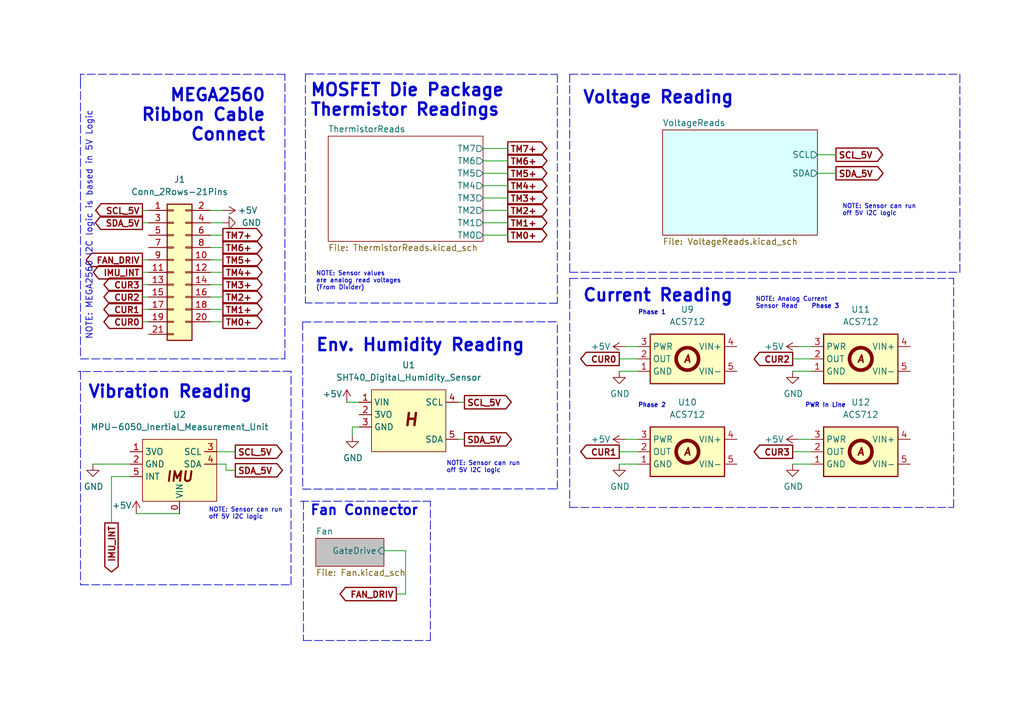
<source format=kicad_sch>
(kicad_sch (version 20211123) (generator eeschema)
  (paper "A5")
  (title_block (title "PHM Datalogging Board") (date "10/27/22") (rev "Rev 1.2") (company "ECE 4806: Luis Yon , Corwin Warner"))
  (lib_symbols
    (symbol "Connector_Generic:Conn_2Rows-21Pins" (pin_names (offset 1.016) hide)
      (property "Reference" "J" (at 1.27 15.24 0))
      (property "Value" "Conn_2Rows-21Pins" (at 1.27 -15.24 0))
      (symbol "Conn_2Rows-21Pins_1_1"
        (rectangle (start -1.27 -12.573) (end 0 -12.827) (stroke (width 0.1524)))
        (rectangle (start -1.27 -10.033) (end 0 -10.287) (stroke (width 0.1524)))
        (rectangle (start -1.27 -7.493) (end 0 -7.747) (stroke (width 0.1524)))
        (rectangle (start -1.27 -4.953) (end 0 -5.207) (stroke (width 0.1524)))
        (rectangle (start -1.27 -2.413) (end 0 -2.667) (stroke (width 0.1524)))
        (rectangle (start -1.27 0.127) (end 0 -0.127) (stroke (width 0.1524)))
        (rectangle (start -1.27 2.667) (end 0 2.413) (stroke (width 0.1524)))
        (rectangle (start -1.27 5.207) (end 0 4.953) (stroke (width 0.1524)))
        (rectangle (start -1.27 7.747) (end 0 7.493) (stroke (width 0.1524)))
        (rectangle (start -1.27 10.287) (end 0 10.033) (stroke (width 0.1524)))
        (rectangle (start -1.27 12.827) (end 0 12.573) (stroke (width 0.1524)))
        (rectangle (start -1.27 13.97) (end 3.81 -13.97) (stroke (width 0.254)) (fill (type background)))
        (rectangle (start 3.81 -10.033) (end 2.54 -10.287) (stroke (width 0.1524)))
        (rectangle (start 3.81 -7.493) (end 2.54 -7.747) (stroke (width 0.1524)))
        (rectangle (start 3.81 -4.953) (end 2.54 -5.207) (stroke (width 0.1524)))
        (rectangle (start 3.81 -2.413) (end 2.54 -2.667) (stroke (width 0.1524)))
        (rectangle (start 3.81 0.127) (end 2.54 -0.127) (stroke (width 0.1524)))
        (rectangle (start 3.81 2.667) (end 2.54 2.413) (stroke (width 0.1524)))
        (rectangle (start 3.81 5.207) (end 2.54 4.953) (stroke (width 0.1524)))
        (rectangle (start 3.81 7.747) (end 2.54 7.493) (stroke (width 0.1524)))
        (rectangle (start 3.81 10.287) (end 2.54 10.033) (stroke (width 0.1524)))
        (rectangle (start 3.81 12.827) (end 2.54 12.573) (stroke (width 0.1524)))
        (pin passive line (at -5.08 12.7 0) (length 3.81) (name "Pin_1") (number "1"))
        (pin passive line (at 7.62 2.54 180) (length 3.81) (name "Pin_10") (number "10"))
        (pin passive line (at -5.08 0 0) (length 3.81) (name "Pin_11") (number "11"))
        (pin passive line (at 7.62 0 180) (length 3.81) (name "Pin_12") (number "12"))
        (pin passive line (at -5.08 -2.54 0) (length 3.81) (name "Pin_13") (number "13"))
        (pin passive line (at 7.62 -2.54 180) (length 3.81) (name "Pin_14") (number "14"))
        (pin passive line (at -5.08 -5.08 0) (length 3.81) (name "Pin_15") (number "15"))
        (pin passive line (at 7.62 -5.08 180) (length 3.81) (name "Pin_16") (number "16"))
        (pin passive line (at -5.08 -7.62 0) (length 3.81) (name "Pin_17") (number "17"))
        (pin passive line (at 7.62 -7.62 180) (length 3.81) (name "Pin_18") (number "18"))
        (pin passive line (at -5.08 -10.16 0) (length 3.81) (name "Pin_19") (number "19"))
        (pin passive line (at 7.62 12.7 180) (length 3.81) (name "Pin_2") (number "2"))
        (pin passive line (at 7.62 -10.16 180) (length 3.81) (name "Pin_20") (number "20"))
        (pin passive line (at -5.08 -12.7 0) (length 3.81) (name "Pin_21") (number "21"))
        (pin passive line (at -5.08 10.16 0) (length 3.81) (name "Pin_3") (number "3"))
        (pin passive line (at 7.62 10.16 180) (length 3.81) (name "Pin_4") (number "4"))
        (pin passive line (at -5.08 7.62 0) (length 3.81) (name "Pin_5") (number "5"))
        (pin passive line (at 7.62 7.62 180) (length 3.81) (name "Pin_6") (number "6"))
        (pin passive line (at -5.08 5.08 0) (length 3.81) (name "Pin_7") (number "7"))
        (pin passive line (at 7.62 5.08 180) (length 3.81) (name "Pin_8") (number "8"))
        (pin passive line (at -5.08 2.54 0) (length 3.81) (name "Pin_9") (number "9"))
      )
    )
    (symbol "Sensor_Current:ACS712"
      (property "Reference" "U9" (at 0 0 0))
      (property "Value" "ACS712" (at 0 -2.54 0))
      (symbol "ACS712_0_0"
        (circle (center 0 -10.16) (radius 2.2991) (stroke (width 0.75)))
        (text "A" (at 0 -10.16 0) (effects (font (size 1.5 1.5) bold italic)))
      )
      (symbol "ACS712_0_1"
        (rectangle (start 7.62 -15.24) (end -7.62 -5.08) (stroke (width 0.254)) (fill (type background)))
      )
      (symbol "ACS712_1_1"
        (pin input line (at -10.16 -12.7 0) (length 2.54) (name "GND") (number "1"))
        (pin input line (at -10.16 -10.16 0) (length 2.54) (name "OUT") (number "2"))
        (pin input line (at -10.16 -7.62 0) (length 2.54) (name "PWR") (number "3"))
        (pin input line (at 10.16 -7.62 180) (length 2.54) (name "VIN+") (number "4"))
        (pin input line (at 10.16 -12.7 180) (length 2.54) (name "VIN-") (number "5"))
      )
    )
    (symbol "Sensor_Humidity:SHT40_Digital_Humidity_Sensor"
      (property "Reference" "U" (at 0 2.54 0))
      (property "Value" "SHT40_Digital_Humidity_Sensor" (at 0 5.08 0))
      (symbol "SHT40_Digital_Humidity_Sensor_0_0"
        (text "H" (at 0.4647 -6.1123 0) (effects (font (size 2.5 2.5) bold italic)))
      )
      (symbol "SHT40_Digital_Humidity_Sensor_0_1"
        (rectangle (start -7.62 0) (end 7.62 -12.7) (fill (type background)))
      )
      (symbol "SHT40_Digital_Humidity_Sensor_1_1"
        (pin input line (at -10.16 -2.54 0) (length 2.54) (name "VIN") (number "1"))
        (pin input line (at -10.16 -5.08 0) (length 2.54) (name "3VO") (number "2"))
        (pin input line (at -10.16 -7.62 0) (length 2.54) (name "GND") (number "3"))
        (pin output line (at 10.16 -2.54 180) (length 2.54) (name "SCL") (number "4"))
        (pin output line (at 10.16 -10.16 180) (length 2.54) (name "SDA") (number "5"))
      )
    )
    (symbol "Sensor_Motion:MPU-6050_Inertial_Measurement_Unit"
      (property "Reference" "U" (at 0 -2.54 0))
      (property "Value" "MPU-6050_Inertial_Measurement_Unit" (at 0 0 0))
      (symbol "MPU-6050_Inertial_Measurement_Unit_0_0"
        (text "IMU" (at 0 -12.7 0) (effects (font (size 2 2) bold italic)))
      )
      (symbol "MPU-6050_Inertial_Measurement_Unit_0_1"
        (rectangle (start -7.62 -5.08) (end 7.62 -17.78) (fill (type background)))
      )
      (symbol "MPU-6050_Inertial_Measurement_Unit_1_1"
        (pin input line (at 0 -20.32 90) (length 2.54) (name "VIN") (number "0"))
        (pin input line (at -10.16 -7.62 0) (length 2.54) (name "3VO") (number "1"))
        (pin input line (at -10.16 -10.16 0) (length 2.54) (name "GND") (number "2"))
        (pin input line (at 7.62 -7.62 180) (length 2.54) (name "SCL") (number "3"))
        (pin input line (at 7.62 -10.16 180) (length 2.54) (name "SDA") (number "4"))
        (pin input line (at -10.16 -12.7 0) (length 2.54) (name "INT") (number "5"))
      )
    )
    (symbol "power:+5V" (power) (pin_names (offset 0))
      (property "Value" "+5V" (at 0 3.556 0))
      (symbol "+5V_0_1"
        (polyline (pts (xy -0.762 1.27) (xy 0 2.54)))
        (polyline (pts (xy 0 0) (xy 0 2.54)))
        (polyline (pts (xy 0 2.54) (xy 0.762 1.27)))
      )
      (symbol "+5V_1_1"
        (pin power_in line (at 0 0 90) (length 0) hide (name "+5V") (number "1"))
      )
    )
    (symbol "power:GND" (power) (pin_names (offset 0))
      (property "Value" "GND" (at 0 -3.81 0))
      (symbol "GND_0_1"
        (polyline (pts (xy 0 0) (xy 0 -1.27) (xy 1.27 -1.27) (xy 0 -2.54) (xy -1.27 -1.27) (xy 0 -1.27)))
      )
      (symbol "GND_1_1"
        (pin power_in line (at 0 0 270) (length 0) hide (name "GND") (number "1"))
      )
    )
  )
  (wire (pts (xy 162.56 76.2) (xy 166.37 76.2)))
  (wire (pts (xy 83.185 121.92) (xy 81.28 121.92)))
  (wire (pts (xy 26.67 97.79) (xy 22.86 97.79)))
  (wire (pts (xy 99.06 33.02) (xy 104.14 33.02)))
  (wire (pts (xy 127 92.71) (xy 130.81 92.71)))
  (wire (pts (xy 127 95.25) (xy 130.81 95.25)))
  (polyline (pts (xy 16.51 120.015) (xy 59.69 120.015)))
  (polyline (pts (xy 196.85 55.88) (xy 196.85 15.24)))
  (wire (pts (xy 73.66 87.63) (xy 72.2532 87.63)))
  (polyline (pts (xy 195.58 104.14) (xy 195.58 57.15)))
  (polyline (pts (xy 116.84 55.88) (xy 196.85 55.88)))
  (polyline (pts (xy 88.265 131.445) (xy 88.265 102.87)))
  (polyline (pts (xy 62.23 102.87) (xy 62.23 131.445)))
  (polyline (pts (xy 59.69 120.015) (xy 59.69 76.2)))
  (wire (pts (xy 29.21 66.04) (xy 30.48 66.04)))
  (wire (pts (xy 162.56 92.71) (xy 166.37 92.71)))
  (wire (pts (xy 162.56 95.25) (xy 166.37 95.25)))
  (wire (pts (xy 43.18 60.96) (xy 45.72 60.96)))
  (polyline (pts (xy 116.84 57.15) (xy 116.84 104.14)))
  (wire (pts (xy 71.12 82.55) (xy 73.66 82.55)))
  (polyline (pts (xy 62.0791 66.0832) (xy 114.3 66.04)))
  (wire (pts (xy 19.05 95.25) (xy 26.67 95.25)))
  (polyline (pts (xy 16.51 73.66) (xy 58.42 73.66)))
  (polyline (pts (xy 58.42 73.66) (xy 58.42 15.24)))
  (polyline (pts (xy 62.0791 100.3732) (xy 114.3 100.33)))
  (polyline (pts (xy 16.51 15.24) (xy 16.51 16.51)))
  (wire (pts (xy 29.21 60.96) (xy 30.48 60.96)))
  (wire (pts (xy 127 76.2) (xy 130.81 76.2)))
  (wire (pts (xy 46.3595 96.52) (xy 48.26 96.52)))
  (wire (pts (xy 46.3595 95.25) (xy 46.3595 96.52)))
  (polyline (pts (xy 116.84 57.15) (xy 195.58 57.15)))
  (wire (pts (xy 128.27 90.17) (xy 130.81 90.17)))
  (wire (pts (xy 99.06 43.18) (xy 104.14 43.18)))
  (wire (pts (xy 83.185 113.03) (xy 83.185 121.92)))
  (wire (pts (xy 43.18 58.42) (xy 45.72 58.42)))
  (wire (pts (xy 29.21 58.42) (xy 30.48 58.42)))
  (wire (pts (xy 29.21 53.34) (xy 30.48 53.34)))
  (polyline (pts (xy 62.6294 15.1869) (xy 114.3 15.24)))
  (wire (pts (xy 22.86 97.79) (xy 22.86 107.315)))
  (wire (pts (xy 27.94 105.41) (xy 36.83 105.41)))
  (wire (pts (xy 43.18 43.18) (xy 45.72 43.18)))
  (wire (pts (xy 29.21 45.72) (xy 30.48 45.72)))
  (wire (pts (xy 29.21 55.88) (xy 30.48 55.88)))
  (wire (pts (xy 43.18 53.34) (xy 45.72 53.34)))
  (wire (pts (xy 162.56 73.66) (xy 166.37 73.66)))
  (wire (pts (xy 163.83 71.12) (xy 166.37 71.12)))
  (polyline (pts (xy 61.595 102.87) (xy 88.265 102.87)))
  (wire (pts (xy 72.2532 87.63) (xy 72.2532 89.3696)))
  (wire (pts (xy 167.64 35.56) (xy 171.45 35.56)))
  (wire (pts (xy 43.18 50.8) (xy 45.72 50.8)))
  (wire (pts (xy 93.98 90.17) (xy 95.25 90.17)))
  (wire (pts (xy 29.21 63.5) (xy 30.48 63.5)))
  (polyline (pts (xy 62.23 131.445) (xy 88.265 131.445)))
  (polyline (pts (xy 16.51 76.2) (xy 16.51 120.015)))
  (polyline (pts (xy 62.6294 15.1869) (xy 62.6294 62.1769)))
  (polyline (pts (xy 114.3 100.33) (xy 114.3 66.04)))
  (wire (pts (xy 128.27 71.12) (xy 130.81 71.12)))
  (polyline (pts (xy 116.84 15.24) (xy 196.85 15.24)))
  (polyline (pts (xy 62.0791 66.0832) (xy 62.0791 100.3732)))
  (wire (pts (xy 127 73.66) (xy 130.81 73.66)))
  (wire (pts (xy 99.06 38.1) (xy 104.14 38.1)))
  (wire (pts (xy 43.18 66.04) (xy 45.72 66.04)))
  (wire (pts (xy 167.64 31.75) (xy 171.45 31.75)))
  (polyline (pts (xy 116.84 104.14) (xy 195.58 104.14)))
  (wire (pts (xy 163.83 90.17) (xy 166.37 90.17)))
  (wire (pts (xy 29.21 43.18) (xy 30.48 43.18)))
  (wire (pts (xy 43.18 48.26) (xy 45.72 48.26)))
  (polyline (pts (xy 16.51 76.2) (xy 16.1106 76.2531)))
  (polyline (pts (xy 114.3 15.24) (xy 114.3 62.23)))
  (wire (pts (xy 99.06 40.64) (xy 104.14 40.64)))
  (wire (pts (xy 44.45 95.25) (xy 46.3595 95.25)))
  (wire (pts (xy 93.98 82.55) (xy 95.25 82.55)))
  (polyline (pts (xy 16.51 16.51) (xy 16.51 73.66)))
  (wire (pts (xy 99.06 30.48) (xy 104.14 30.48)))
  (wire (pts (xy 44.45 92.71) (xy 48.26 92.71)))
  (wire (pts (xy 99.06 48.26) (xy 104.14 48.26)))
  (wire (pts (xy 99.06 35.56) (xy 104.14 35.56)))
  (wire (pts (xy 78.74 113.03) (xy 83.185 113.03)))
  (polyline (pts (xy 58.42 15.24) (xy 16.51 15.24)))
  (polyline (pts (xy 59.69 76.2) (xy 16.1106 76.2531)))
  (wire (pts (xy 43.18 45.72) (xy 45.72 45.72)))
  (wire (pts (xy 43.18 55.88) (xy 45.72 55.88)))
  (wire (pts (xy 43.18 63.5) (xy 45.72 63.5)))
  (polyline (pts (xy 116.84 15.24) (xy 116.84 55.88)))
  (polyline (pts (xy 114.3 62.23) (xy 62.6294 62.1769)))
  (wire (pts (xy 99.06 45.72) (xy 104.14 45.72)))
  (text "Current Reading" (at 119.38 62.23 0) (effects (font (size 2.5 2.5) bold) (justify left bottom)))
  (text "MOSFET Die Package\nThermistor Readings" (at 63.5 24.13 0) (effects (font (size 2.5 2.5) bold) (justify left bottom)))
  (text "NOTE: Sensor can run \noff 5V I2C logic" (at 172.72 44.45 0) (effects (font (size 0.9 0.9)) (justify left bottom)))
  (text "Phase 2" (at 130.81 83.82 0) (effects (font (size 0.9 0.9) (thickness 0.18) bold) (justify left bottom)))
  (text "Fan Connector" (at 63.5 106.045 0) (effects (font (size 2 2) bold) (justify left bottom)))
  (text "Voltage Reading" (at 119.38 21.59 0) (effects (font (size 2.5 2.5) bold) (justify left bottom)))
  (text "NOTE: Sensor can run \noff 5V I2C logic" (at 91.5231 97.1893 0) (effects (font (size 0.9 0.9)) (justify left bottom)))
  (text "NOTE: Analog Current\nSensor Read" (at 154.94 63.5 0) (effects (font (size 0.9 0.9)) (justify left bottom)))
  (text "Vibration Reading" (at 17.9336 82.0042 0) (effects (font (size 2.5 2.5) bold) (justify left bottom)))
  (text "NOTE: Sensor values\nare analog read voltages\n(From Divider)" (at 64.77 59.69 0) (effects (font (size 0.9 0.9)) (justify left bottom)))
  (text "PWR In Line\n" (at 165.1 83.82 0) (effects (font (size 0.9 0.9) (thickness 0.18) bold) (justify left bottom)))
  (text "Phase 1" (at 130.81 64.77 0) (effects (font (size 0.9 0.9) (thickness 0.18) bold) (justify left bottom)))
  (text "NOTE: MEGA2560 I2C logic is based in 5V Logic" (at 19.05 69.85 90) (effects (font (size 1.27 1.27)) (justify left bottom)))
  (text "NOTE: Sensor can run \noff 5V I2C logic" (at 42.7806 106.7331 0) (effects (font (size 0.9 0.9)) (justify left bottom)))
  (text "MEGA2560\nRibbon Cable\nConnect" (at 54.61 29.21 180) (effects (font (size 2.5 2.5) bold) (justify right bottom)))
  (text "Phase 3" (at 166.37 63.5 0) (effects (font (size 0.9 0.9) (thickness 0.18) bold) (justify left bottom)))
  (text "Env. Humidity Reading" (at 64.6191 72.4332 0) (effects (font (size 2.5 2.5) bold) (justify left bottom)))
  (global_label "TM1+" (shape output) (at 45.72 63.5 0) (effects (font bold)) (property "Intersheet References" "${INTERSHEET_REFS}" (effects hide)))
  (global_label "CUR0" (shape output) (at 127 73.66 180) (effects (font bold)) (property "Intersheet References" "${INTERSHEET_REFS}" (effects hide)))
  (global_label "SDA_5V" (shape output) (at 48.26 96.52 0) (effects (font bold)) (property "Intersheet References" "${INTERSHEET_REFS}" (effects hide)))
  (global_label "SCL_5V" (shape output) (at 171.45 31.75 0) (effects (font bold)) (property "Intersheet References" "${INTERSHEET_REFS}" (effects hide)))
  (global_label "TM1+" (shape output) (at 104.14 45.72 0) (effects (font bold)) (property "Intersheet References" "${INTERSHEET_REFS}" (effects hide)))
  (global_label "CUR1" (shape output) (at 29.21 63.5 180) (effects (font bold)) (property "Intersheet References" "${INTERSHEET_REFS}" (effects hide)))
  (global_label "TM2+" (shape output) (at 104.14 43.18 0) (effects (font bold)) (property "Intersheet References" "${INTERSHEET_REFS}" (effects hide)))
  (global_label "CUR0" (shape output) (at 29.21 66.04 180) (effects (font bold)) (property "Intersheet References" "${INTERSHEET_REFS}" (effects hide)))
  (global_label "CUR2" (shape output) (at 29.21 60.96 180) (effects (font bold)) (property "Intersheet References" "${INTERSHEET_REFS}" (effects hide)))
  (global_label "FAN_DRIV" (shape output) (at 29.21 53.34 180) (effects (font bold)) (property "Intersheet References" "${INTERSHEET_REFS}" (effects hide)))
  (global_label "SCL_5V" (shape output) (at 95.25 82.55 0) (effects (font bold)) (property "Intersheet References" "${INTERSHEET_REFS}" (effects hide)))
  (global_label "TM4+" (shape output) (at 104.14 38.1 0) (effects (font bold)) (property "Intersheet References" "${INTERSHEET_REFS}" (effects hide)))
  (global_label "CUR3" (shape output) (at 29.21 58.42 180) (effects (font bold)) (property "Intersheet References" "${INTERSHEET_REFS}" (effects hide)))
  (global_label "TM6+" (shape output) (at 45.72 50.8 0) (effects (font bold)) (property "Intersheet References" "${INTERSHEET_REFS}" (effects hide)))
  (global_label "CUR2" (shape output) (at 162.56 73.66 180) (effects (font bold)) (property "Intersheet References" "${INTERSHEET_REFS}" (effects hide)))
  (global_label "TM0+" (shape output) (at 45.72 66.04 0) (effects (font bold)) (property "Intersheet References" "${INTERSHEET_REFS}" (effects hide)))
  (global_label "SDA_5V" (shape output) (at 95.25 90.17 0) (effects (font bold)) (property "Intersheet References" "${INTERSHEET_REFS}" (effects hide)))
  (global_label "SDA_5V" (shape output) (at 171.45 35.56 0) (effects (font bold)) (property "Intersheet References" "${INTERSHEET_REFS}" (effects hide)))
  (global_label "TM2+" (shape output) (at 45.72 60.96 0) (effects (font bold)) (property "Intersheet References" "${INTERSHEET_REFS}" (effects hide)))
  (global_label "FAN_DRIV" (shape output) (at 81.28 121.92 180) (effects (font bold)) (property "Intersheet References" "${INTERSHEET_REFS}" (effects hide)))
  (global_label "IMU_INT" (shape output) (at 22.86 107.315 270) (effects (font bold)) (property "Intersheet References" "${INTERSHEET_REFS}" (effects hide)))
  (global_label "SCL_5V" (shape output) (at 29.21 43.18 180) (effects (font bold)) (property "Intersheet References" "${INTERSHEET_REFS}" (effects hide)))
  (global_label "TM6+" (shape output) (at 104.14 33.02 0) (effects (font bold)) (property "Intersheet References" "${INTERSHEET_REFS}" (effects hide)))
  (global_label "SCL_5V" (shape output) (at 48.26 92.71 0) (effects (font bold)) (property "Intersheet References" "${INTERSHEET_REFS}" (effects hide)))
  (global_label "TM7+" (shape output) (at 45.72 48.26 0) (effects (font bold)) (property "Intersheet References" "${INTERSHEET_REFS}" (effects hide)))
  (global_label "TM0+" (shape output) (at 104.14 48.26 0) (effects (font bold)) (property "Intersheet References" "${INTERSHEET_REFS}" (effects hide)))
  (global_label "TM3+" (shape output) (at 45.72 58.42 0) (effects (font bold)) (property "Intersheet References" "${INTERSHEET_REFS}" (effects hide)))
  (global_label "TM5+" (shape output) (at 104.14 35.56 0) (effects (font bold)) (property "Intersheet References" "${INTERSHEET_REFS}" (effects hide)))
  (global_label "CUR3" (shape output) (at 162.56 92.71 180) (effects (font bold)) (property "Intersheet References" "${INTERSHEET_REFS}" (effects hide)))
  (global_label "TM5+" (shape output) (at 45.72 53.34 0) (effects (font bold)) (property "Intersheet References" "${INTERSHEET_REFS}" (effects hide)))
  (global_label "SDA_5V" (shape output) (at 29.21 45.72 180) (effects (font bold)) (property "Intersheet References" "${INTERSHEET_REFS}" (effects hide)))
  (global_label "IMU_INT" (shape output) (at 29.21 55.88 180) (effects (font bold)) (property "Intersheet References" "${INTERSHEET_REFS}" (effects hide)))
  (global_label "CUR1" (shape output) (at 127 92.71 180) (effects (font bold)) (property "Intersheet References" "${INTERSHEET_REFS}" (effects hide)))
  (global_label "TM4+" (shape output) (at 45.72 55.88 0) (effects (font bold)) (property "Intersheet References" "${INTERSHEET_REFS}" (effects hide)))
  (global_label "TM7+" (shape output) (at 104.14 30.48 0) (effects (font bold)) (property "Intersheet References" "${INTERSHEET_REFS}" (effects hide)))
  (global_label "TM3+" (shape output) (at 104.14 40.64 0) (effects (font bold)) (property "Intersheet References" "${INTERSHEET_REFS}" (effects hide)))
  (symbol (lib_id "Sensor_Motion:MPU-6050_Inertial_Measurement_Unit") (at 36.83 85.09 0) (unit 1)
    (property "Reference" "U2" (at 36.83 85.09 0))
    (property "Value" "MPU-6050_Inertial_Measurement_Unit" (at 36.83 87.63 0))
    (property "Footprint" "Sensor_Motion:MPU6050_BB" (effects hide))
    (property "Datasheet" "https://www.adafruit.com/product/3886" (effects hide))
  )
  (symbol (lib_id "Sensor_Humidity:SHT40_Digital_Humidity_Sensor") (at 83.82 80.01 0) (unit 1)
    (property "Reference" "U1" (at 83.82 74.93 0))
    (property "Value" "SHT40_Digital_Humidity_Sensor" (at 83.82 77.47 0))
    (property "Footprint" "Sensor_Humidity:SHT40_BB" (effects hide))
    (property "Datasheet" "https://www.adafruit.com/product/4885" (effects hide))
  )
  (symbol (lib_id "power:+5V") (at 163.83 90.17 90) (unit 1)
    (property "Reference" "#PWR0111" (effects hide))
    (property "Value" "+5V" (at 158.75 90.17 90))
  )
  (symbol (lib_id "Sensor_Current:ACS712") (at 140.97 82.55 0) (unit 1)
    (property "Reference" "U10" (at 140.97 82.55 0))
    (property "Value" "ACS712" (at 140.97 85.09 0))
    (property "Footprint" "Sensor_Current:ACS712" (effects hide))
    (property "Datasheet" "https://www.amazon.com/gp/product/B091Y2V3G7/ref=ppx_yo_dt_b_search_asin_title?ie=UTF8&th=1" (effects hide))
  )
  (symbol (lib_id "power:GND") (at 19.05 95.25 0) (unit 1)
    (property "Reference" "#PWR0101" (effects hide))
    (property "Value" "GND" (at 19.1868 99.8604 0))
  )
  (symbol (lib_id "power:GND") (at 72.2532 89.3696 0) (unit 1)
    (property "Reference" "#PWR0105" (effects hide))
    (property "Value" "GND" (at 72.39 93.98 0))
  )
  (symbol (lib_id "power:+5V") (at 163.83 71.12 90) (unit 1)
    (property "Reference" "#PWR0107" (effects hide))
    (property "Value" "+5V" (at 158.75 71.12 90))
  )
  (symbol (lib_id "power:+5V") (at 128.27 90.17 90) (unit 1)
    (property "Reference" "#PWR0113" (effects hide))
    (property "Value" "+5V" (at 123.19 90.17 90))
  )
  (symbol (lib_id "power:GND") (at 127 95.25 0) (unit 1)
    (property "Reference" "#PWR0112" (effects hide))
    (property "Value" "GND" (at 127.1368 99.8604 0))
  )
  (symbol (lib_id "Connector_Generic:Conn_2Rows-21Pins") (at 35.56 55.88 0) (unit 1)
    (property "Reference" "J1" (at 36.83 36.83 0))
    (property "Value" "Conn_2Rows-21Pins" (at 36.83 39.37 0))
    (property "Footprint" "Connector_PinHeader_2.54mm:PinHeader_2x10_P2.54mm_Vertical" (effects hide))
  )
  (symbol (lib_id "Sensor_Current:ACS712") (at 176.53 63.5 0) (unit 1)
    (property "Reference" "U11" (at 176.53 63.5 0))
    (property "Value" "ACS712" (at 176.53 66.04 0))
    (property "Footprint" "Sensor_Current:ACS712" (effects hide))
    (property "Datasheet" "https://www.amazon.com/gp/product/B091Y2V3G7/ref=ppx_yo_dt_b_search_asin_title?ie=UTF8&th=1" (effects hide))
  )
  (symbol (lib_id "Sensor_Current:ACS712") (at 176.53 82.55 0) (unit 1)
    (property "Reference" "U12" (at 176.53 82.55 0))
    (property "Value" "ACS712" (at 176.53 85.09 0))
    (property "Footprint" "Sensor_Current:ACS712" (effects hide))
    (property "Datasheet" "https://www.amazon.com/gp/product/B091Y2V3G7/ref=ppx_yo_dt_b_search_asin_title?ie=UTF8&th=1" (effects hide))
  )
  (symbol (lib_id "power:+5V") (at 45.72 43.18 270) (unit 1)
    (property "Reference" "#PWR0103" (effects hide))
    (property "Value" "+5V" (at 50.8 43.18 90))
  )
  (symbol (lib_id "power:+5V") (at 27.94 105.41 0) (unit 1)
    (property "Reference" "#PWR0102" (effects hide))
    (property "Value" "+5V" (at 24.9874 103.7401 0))
  )
  (symbol (lib_id "power:+5V") (at 71.12 82.55 0) (unit 1)
    (property "Reference" "#PWR0106" (effects hide))
    (property "Value" "+5V" (at 68.1674 80.8801 0))
  )
  (symbol (lib_id "power:GND") (at 162.56 95.25 0) (unit 1)
    (property "Reference" "#PWR0114" (effects hide))
    (property "Value" "GND" (at 162.6968 99.8604 0))
  )
  (symbol (lib_id "power:GND") (at 45.72 45.72 90) (unit 1)
    (property "Reference" "#PWR0104" (effects hide))
    (property "Value" "GND" (at 49.53 45.7199 90) (effects (justify right)))
  )
  (symbol (lib_id "power:+5V") (at 128.27 71.12 90) (unit 1)
    (property "Reference" "#PWR0109" (effects hide))
    (property "Value" "+5V" (at 123.19 71.12 90))
  )
  (symbol (lib_id "power:GND") (at 127 76.2 0) (unit 1)
    (property "Reference" "#PWR0110" (effects hide))
    (property "Value" "GND" (at 127.1368 80.8104 0))
  )
  (symbol (lib_id "power:GND") (at 162.56 76.2 0) (unit 1)
    (property "Reference" "#PWR0108" (effects hide))
    (property "Value" "GND" (at 162.6968 80.8104 0))
  )
  (symbol (lib_id "Sensor_Current:ACS712") (at 140.97 63.5 0) (unit 1)
    (property "Reference" "U9" (at 140.97 63.5 0))
    (property "Value" "ACS712" (at 140.97 66.04 0))
    (property "Footprint" "Sensor_Current:ACS712" (effects hide))
    (property "Datasheet" "https://www.amazon.com/gp/product/B091Y2V3G7/ref=ppx_yo_dt_b_search_asin_title?ie=UTF8&th=1" (effects hide))
  )
  (sheet (at 135.89 26.67) (size 31.75 21.59) (stroke (width 0.1524)) (fill (color 0 255 255 0.1500))
    (property "Sheet name" "VoltageReads" (at 135.89 25.9584 0) (effects (justify left bottom)))
    (property "Sheet file" "VoltageReads.kicad_sch" (at 135.89 48.8446 0) (effects (justify left top)))
    (pin "SCL" output (at 167.64 31.75 0))
    (pin "SDA" output (at 167.64 35.56 0))
  )
  (sheet (at 67.31 27.94) (size 31.75 21.59) (stroke (width 0.1524)) (fill (color 255 255 255 1.0000))
    (property "Sheet name" "ThermistorReads" (at 67.31 27.2284 0) (effects (justify left bottom)))
    (property "Sheet file" "ThermistorReads.kicad_sch" (at 67.31 50.1146 0) (effects (justify left top)))
    (pin "TM5" output (at 99.06 35.56 0))
    (pin "TM2" output (at 99.06 43.18 0))
    (pin "TM3" output (at 99.06 40.64 0))
    (pin "TM4" output (at 99.06 38.1 0))
    (pin "TM0" output (at 99.06 48.26 0))
    (pin "TM1" output (at 99.06 45.72 0))
    (pin "TM7" output (at 99.06 30.48 0))
    (pin "TM6" output (at 99.06 33.02 0))
  )
  (sheet (at 64.77 110.49) (size 13.97 5.715) (stroke (width 0.1524)) (fill (color 194 194 194 1.0000))
    (property "Sheet name" "Fan" (at 64.77 109.7784 0) (effects (justify left bottom)))
    (property "Sheet file" "Fan.kicad_sch" (at 64.77 116.7896 0) (effects (justify left top)))
    (pin "GateDrive" input (at 78.74 113.03 0))
  )
)
</source>
